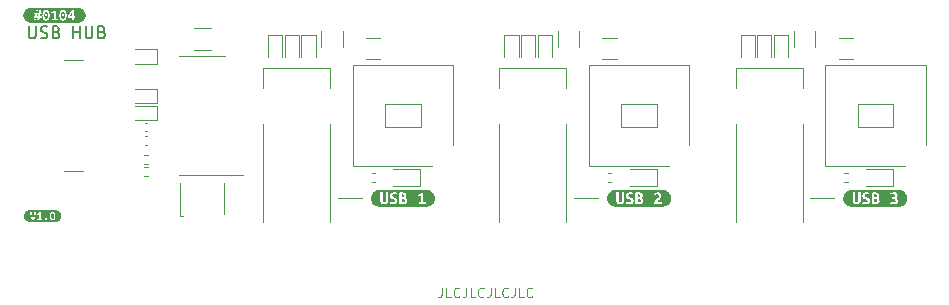
<source format=gbr>
%TF.GenerationSoftware,KiCad,Pcbnew,6.0.7+dfsg-1~bpo11+1*%
%TF.CreationDate,2022-10-14T07:47:58+00:00*%
%TF.ProjectId,0104-USB-HUB,30313034-2d55-4534-922d-4855422e6b69,V1.0*%
%TF.SameCoordinates,Original*%
%TF.FileFunction,Legend,Top*%
%TF.FilePolarity,Positive*%
%FSLAX46Y46*%
G04 Gerber Fmt 4.6, Leading zero omitted, Abs format (unit mm)*
G04 Created by KiCad (PCBNEW 6.0.7+dfsg-1~bpo11+1) date 2022-10-14 07:47:58*
%MOMM*%
%LPD*%
G01*
G04 APERTURE LIST*
%ADD10C,0.120000*%
%ADD11C,0.150000*%
G04 APERTURE END LIST*
D10*
X49300000Y10500000D02*
X47300000Y10500000D01*
X69300000Y10500000D02*
X67300000Y10500000D01*
X29300000Y10500000D02*
X27300000Y10500000D01*
X36104761Y2938096D02*
X36104761Y2366667D01*
X36066666Y2252381D01*
X35990476Y2176191D01*
X35876190Y2138096D01*
X35800000Y2138096D01*
X36866666Y2138096D02*
X36485714Y2138096D01*
X36485714Y2938096D01*
X37590476Y2214286D02*
X37552380Y2176191D01*
X37438095Y2138096D01*
X37361904Y2138096D01*
X37247619Y2176191D01*
X37171428Y2252381D01*
X37133333Y2328572D01*
X37095238Y2480953D01*
X37095238Y2595239D01*
X37133333Y2747620D01*
X37171428Y2823810D01*
X37247619Y2900000D01*
X37361904Y2938096D01*
X37438095Y2938096D01*
X37552380Y2900000D01*
X37590476Y2861905D01*
X38161904Y2938096D02*
X38161904Y2366667D01*
X38123809Y2252381D01*
X38047619Y2176191D01*
X37933333Y2138096D01*
X37857142Y2138096D01*
X38923809Y2138096D02*
X38542857Y2138096D01*
X38542857Y2938096D01*
X39647619Y2214286D02*
X39609523Y2176191D01*
X39495238Y2138096D01*
X39419047Y2138096D01*
X39304761Y2176191D01*
X39228571Y2252381D01*
X39190476Y2328572D01*
X39152380Y2480953D01*
X39152380Y2595239D01*
X39190476Y2747620D01*
X39228571Y2823810D01*
X39304761Y2900000D01*
X39419047Y2938096D01*
X39495238Y2938096D01*
X39609523Y2900000D01*
X39647619Y2861905D01*
X40219047Y2938096D02*
X40219047Y2366667D01*
X40180952Y2252381D01*
X40104761Y2176191D01*
X39990476Y2138096D01*
X39914285Y2138096D01*
X40980952Y2138096D02*
X40600000Y2138096D01*
X40600000Y2938096D01*
X41704761Y2214286D02*
X41666666Y2176191D01*
X41552380Y2138096D01*
X41476190Y2138096D01*
X41361904Y2176191D01*
X41285714Y2252381D01*
X41247619Y2328572D01*
X41209523Y2480953D01*
X41209523Y2595239D01*
X41247619Y2747620D01*
X41285714Y2823810D01*
X41361904Y2900000D01*
X41476190Y2938096D01*
X41552380Y2938096D01*
X41666666Y2900000D01*
X41704761Y2861905D01*
X42276190Y2938096D02*
X42276190Y2366667D01*
X42238095Y2252381D01*
X42161904Y2176191D01*
X42047619Y2138096D01*
X41971428Y2138096D01*
X43038095Y2138096D02*
X42657142Y2138096D01*
X42657142Y2938096D01*
X43761904Y2214286D02*
X43723809Y2176191D01*
X43609523Y2138096D01*
X43533333Y2138096D01*
X43419047Y2176191D01*
X43342857Y2252381D01*
X43304761Y2328572D01*
X43266666Y2480953D01*
X43266666Y2595239D01*
X43304761Y2747620D01*
X43342857Y2823810D01*
X43419047Y2900000D01*
X43533333Y2938096D01*
X43609523Y2938096D01*
X43723809Y2900000D01*
X43761904Y2861905D01*
D11*
X1135595Y25047620D02*
X1135595Y24238096D01*
X1183214Y24142858D01*
X1230833Y24095239D01*
X1326071Y24047620D01*
X1516547Y24047620D01*
X1611785Y24095239D01*
X1659404Y24142858D01*
X1707023Y24238096D01*
X1707023Y25047620D01*
X2135595Y24095239D02*
X2278452Y24047620D01*
X2516547Y24047620D01*
X2611785Y24095239D01*
X2659404Y24142858D01*
X2707023Y24238096D01*
X2707023Y24333334D01*
X2659404Y24428572D01*
X2611785Y24476191D01*
X2516547Y24523810D01*
X2326071Y24571429D01*
X2230833Y24619048D01*
X2183214Y24666667D01*
X2135595Y24761905D01*
X2135595Y24857143D01*
X2183214Y24952381D01*
X2230833Y25000000D01*
X2326071Y25047620D01*
X2564166Y25047620D01*
X2707023Y25000000D01*
X3468928Y24571429D02*
X3611785Y24523810D01*
X3659404Y24476191D01*
X3707023Y24380953D01*
X3707023Y24238096D01*
X3659404Y24142858D01*
X3611785Y24095239D01*
X3516547Y24047620D01*
X3135595Y24047620D01*
X3135595Y25047620D01*
X3468928Y25047620D01*
X3564166Y25000000D01*
X3611785Y24952381D01*
X3659404Y24857143D01*
X3659404Y24761905D01*
X3611785Y24666667D01*
X3564166Y24619048D01*
X3468928Y24571429D01*
X3135595Y24571429D01*
X4897500Y24047620D02*
X4897500Y25047620D01*
X4897500Y24571429D02*
X5468928Y24571429D01*
X5468928Y24047620D02*
X5468928Y25047620D01*
X5945119Y25047620D02*
X5945119Y24238096D01*
X5992738Y24142858D01*
X6040357Y24095239D01*
X6135595Y24047620D01*
X6326071Y24047620D01*
X6421309Y24095239D01*
X6468928Y24142858D01*
X6516547Y24238096D01*
X6516547Y25047620D01*
X7326071Y24571429D02*
X7468928Y24523810D01*
X7516547Y24476191D01*
X7564166Y24380953D01*
X7564166Y24238096D01*
X7516547Y24142858D01*
X7468928Y24095239D01*
X7373690Y24047620D01*
X6992738Y24047620D01*
X6992738Y25047620D01*
X7326071Y25047620D01*
X7421309Y25000000D01*
X7468928Y24952381D01*
X7516547Y24857143D01*
X7516547Y24761905D01*
X7468928Y24666667D01*
X7421309Y24619048D01*
X7326071Y24571429D01*
X6992738Y24571429D01*
D10*
%TO.C,D6*%
X74285000Y11515000D02*
X74285000Y12985000D01*
X72000000Y11515000D02*
X74285000Y11515000D01*
X74285000Y12985000D02*
X72000000Y12985000D01*
%TO.C,D11*%
X41400000Y22500000D02*
X41400000Y24350000D01*
X42600000Y24350000D02*
X41400000Y24350000D01*
X42600000Y22500000D02*
X42600000Y24350000D01*
%TO.C,kibuzzard-6343237B*%
G36*
X32911919Y10407131D02*
G01*
X32957163Y10304737D01*
X32941288Y10234094D01*
X32900806Y10191231D01*
X32844450Y10170594D01*
X32779363Y10165037D01*
X32730944Y10166625D01*
X32685700Y10171387D01*
X32685700Y10438088D01*
X32790475Y10438088D01*
X32911919Y10407131D01*
G37*
G36*
X32826988Y10827819D02*
G01*
X32871438Y10811944D01*
X32901600Y10778606D01*
X32912713Y10722250D01*
X32874613Y10632556D01*
X32761900Y10600012D01*
X32685700Y10600012D01*
X32685700Y10825437D01*
X32728563Y10830200D01*
X32774600Y10831787D01*
X32826988Y10827819D01*
G37*
G36*
X30731032Y9792225D02*
G01*
X30661994Y9802466D01*
X30594292Y9819424D01*
X30528578Y9842937D01*
X30465485Y9872778D01*
X30405621Y9908659D01*
X30349562Y9950235D01*
X30297848Y9997106D01*
X30250977Y10048819D01*
X30209401Y10104878D01*
X30173520Y10164743D01*
X30143679Y10227836D01*
X30120166Y10293550D01*
X30103208Y10361252D01*
X30102878Y10363475D01*
X30879125Y10363475D01*
X30883094Y10281719D01*
X30895000Y10207900D01*
X30916431Y10143209D01*
X30948975Y10088837D01*
X31051369Y10013431D01*
X31123402Y9993786D01*
X31210912Y9987237D01*
X31299812Y9993786D01*
X31372837Y10013431D01*
X31431575Y10045380D01*
X31449023Y10061850D01*
X31674463Y10061850D01*
X31784000Y10013431D01*
X31869328Y9993786D01*
X31979263Y9987237D01*
X32090652Y9995616D01*
X32181404Y10020751D01*
X32186423Y10023750D01*
X32490438Y10023750D01*
X32559097Y10011248D01*
X32628550Y10002319D01*
X32697209Y9996961D01*
X32763488Y9995175D01*
X32841870Y9998945D01*
X32915094Y10010256D01*
X32980975Y10030497D01*
X33037331Y10061056D01*
X33119087Y10156306D01*
X33141709Y10223180D01*
X33149250Y10304737D01*
X33140320Y10371412D01*
X33113531Y10434912D01*
X33061739Y10490475D01*
X32977800Y10533337D01*
X33069081Y10619062D01*
X33094680Y10677006D01*
X33103213Y10742887D01*
X33096562Y10785750D01*
X34068413Y10785750D01*
X34131913Y10623825D01*
X34228750Y10662719D01*
X34330350Y10719075D01*
X34330350Y10169800D01*
X34123975Y10169800D01*
X34123975Y10007875D01*
X34720875Y10007875D01*
X34720875Y10169800D01*
X34525613Y10169800D01*
X34525613Y10990537D01*
X34392263Y10990537D01*
X34324000Y10928625D01*
X34239863Y10871475D01*
X34150963Y10822262D01*
X34068413Y10785750D01*
X33096562Y10785750D01*
X33088925Y10834962D01*
X33034950Y10918306D01*
X32925413Y10978631D01*
X32845244Y10995895D01*
X32744438Y11001650D01*
X32612675Y10994506D01*
X32490438Y10977837D01*
X32490438Y10023750D01*
X32186423Y10023750D01*
X32251519Y10062644D01*
X32318789Y10153727D01*
X32341212Y10276162D01*
X32334466Y10350180D01*
X32314225Y10410306D01*
X32245169Y10499206D01*
X32153094Y10556356D01*
X32057050Y10595250D01*
X31995931Y10619062D01*
X31940369Y10648431D01*
X31899888Y10686531D01*
X31884012Y10736537D01*
X31901299Y10799156D01*
X31953157Y10836726D01*
X32039588Y10849250D01*
X32151506Y10833375D01*
X32239612Y10795275D01*
X32296763Y10946087D01*
X32183256Y10992125D01*
X32110033Y11007603D01*
X32025300Y11012762D01*
X31928022Y11004119D01*
X31845736Y10978190D01*
X31778444Y10934975D01*
X31711173Y10842106D01*
X31688750Y10719075D01*
X31714150Y10602394D01*
X31778444Y10523812D01*
X31864962Y10471425D01*
X31957037Y10434912D01*
X32023713Y10407131D01*
X32084038Y10373794D01*
X32128487Y10331725D01*
X32145950Y10277750D01*
X32138806Y10230919D01*
X32112613Y10189644D01*
X32061019Y10161069D01*
X31979263Y10150750D01*
X31900086Y10156306D01*
X31834006Y10172975D01*
X31731612Y10220600D01*
X31674463Y10061850D01*
X31449023Y10061850D01*
X31477613Y10088837D01*
X31511347Y10143209D01*
X31533175Y10207900D01*
X31545081Y10281719D01*
X31549050Y10363475D01*
X31549050Y10990537D01*
X31353787Y10990537D01*
X31353787Y10377762D01*
X31347437Y10273781D01*
X31325212Y10205519D01*
X31282350Y10168212D01*
X31214087Y10157100D01*
X31145825Y10168212D01*
X31103756Y10204725D01*
X31082325Y10272194D01*
X31075975Y10376175D01*
X31075975Y10990537D01*
X30879125Y10990537D01*
X30879125Y10363475D01*
X30102878Y10363475D01*
X30092967Y10430290D01*
X30089542Y10500000D01*
X30092967Y10569710D01*
X30103208Y10638748D01*
X30120166Y10706450D01*
X30143679Y10772164D01*
X30173520Y10835257D01*
X30209401Y10895122D01*
X30250977Y10951181D01*
X30297848Y11002894D01*
X30349562Y11049765D01*
X30405621Y11091341D01*
X30465485Y11127222D01*
X30528578Y11157063D01*
X30594292Y11180576D01*
X30661994Y11197534D01*
X30731032Y11207775D01*
X30800742Y11211200D01*
X34799258Y11211200D01*
X34868968Y11207775D01*
X34938006Y11197534D01*
X35005708Y11180576D01*
X35071422Y11157063D01*
X35134515Y11127222D01*
X35194379Y11091341D01*
X35250438Y11049765D01*
X35302152Y11002894D01*
X35349023Y10951181D01*
X35390599Y10895122D01*
X35426480Y10835257D01*
X35456321Y10772164D01*
X35479834Y10706450D01*
X35496792Y10638748D01*
X35507033Y10569710D01*
X35510458Y10500000D01*
X35507033Y10430290D01*
X35496792Y10361252D01*
X35479834Y10293550D01*
X35456321Y10227836D01*
X35426480Y10164743D01*
X35390599Y10104878D01*
X35349023Y10048819D01*
X35302152Y9997106D01*
X35250438Y9950235D01*
X35194379Y9908659D01*
X35134515Y9872778D01*
X35071422Y9842937D01*
X35005708Y9819424D01*
X34938006Y9802466D01*
X34868968Y9792225D01*
X34799258Y9788800D01*
X30800742Y9788800D01*
X30731032Y9792225D01*
G37*
%TO.C,F3*%
X70902064Y24110000D02*
X69697936Y24110000D01*
X70902064Y22290000D02*
X69697936Y22290000D01*
%TO.C,R5*%
X70146359Y11870000D02*
X70453641Y11870000D01*
X70146359Y12630000D02*
X70453641Y12630000D01*
%TO.C,D3*%
X10100000Y18350000D02*
X11950000Y18350000D01*
X10100000Y17150000D02*
X11950000Y17150000D01*
X11950000Y17150000D02*
X11950000Y18350000D01*
%TO.C,SW2*%
X51300000Y18500000D02*
X51300000Y16500000D01*
X57050000Y15000000D02*
X57050000Y21750000D01*
X54300000Y16500000D02*
X54300000Y18500000D01*
X51300000Y16500000D02*
X54300000Y16500000D01*
X48550000Y21750000D02*
X48550000Y13250000D01*
X54300000Y18500000D02*
X51300000Y18500000D01*
X48550000Y13250000D02*
X55300000Y13250000D01*
X57050000Y21750000D02*
X48550000Y21750000D01*
%TO.C,kibuzzard-63429E4C*%
G36*
X4019376Y25689961D02*
G01*
X3956153Y25709785D01*
X3909362Y25769257D01*
X3887931Y25830296D01*
X3875072Y25907687D01*
X3870786Y26001429D01*
X3871445Y26015716D01*
X3940794Y26015716D01*
X3962226Y25949279D01*
X4020804Y25921419D01*
X4077240Y25949279D01*
X4099386Y26015716D01*
X4077240Y26082867D01*
X4020804Y26111442D01*
X3962226Y26082867D01*
X3940794Y26015716D01*
X3871445Y26015716D01*
X3875072Y26094377D01*
X3887931Y26171291D01*
X3909362Y26232172D01*
X3956153Y26291644D01*
X4019376Y26311467D01*
X4083491Y26291644D01*
X4130104Y26232172D01*
X4151138Y26171291D01*
X4163759Y26094377D01*
X4167966Y26001429D01*
X4163759Y25907687D01*
X4151138Y25830296D01*
X4130104Y25769257D01*
X4083491Y25709785D01*
X4020804Y25690403D01*
X4019376Y25689961D01*
G37*
G36*
X1917684Y25921419D02*
G01*
X1803384Y25921419D01*
X1833388Y26078581D01*
X1946259Y26078581D01*
X1917684Y25921419D01*
G37*
G36*
X4783757Y25909989D02*
G01*
X4583732Y25909989D01*
X4626594Y25991427D01*
X4677315Y26073581D01*
X4730893Y26151447D01*
X4783757Y26221456D01*
X4783757Y25909989D01*
G37*
G36*
X2590626Y25689961D02*
G01*
X2527403Y25709785D01*
X2480612Y25769257D01*
X2459181Y25830296D01*
X2446322Y25907687D01*
X2442036Y26001429D01*
X2442695Y26015716D01*
X2512044Y26015716D01*
X2533476Y25949279D01*
X2592054Y25921419D01*
X2648490Y25949279D01*
X2670636Y26015716D01*
X2648490Y26082867D01*
X2592054Y26111442D01*
X2533476Y26082867D01*
X2512044Y26015716D01*
X2442695Y26015716D01*
X2446322Y26094377D01*
X2459181Y26171291D01*
X2480612Y26232172D01*
X2527403Y26291644D01*
X2590626Y26311467D01*
X2654741Y26291644D01*
X2701354Y26232172D01*
X2722388Y26171291D01*
X2735009Y26094377D01*
X2739216Y26001429D01*
X2735009Y25907687D01*
X2722388Y25830296D01*
X2701354Y25769257D01*
X2654741Y25709785D01*
X2592054Y25690403D01*
X2590626Y25689961D01*
G37*
G36*
X1238003Y25363002D02*
G01*
X1175869Y25372219D01*
X1114937Y25387482D01*
X1055794Y25408643D01*
X999011Y25435500D01*
X945133Y25467793D01*
X894680Y25505211D01*
X848137Y25547395D01*
X805954Y25593938D01*
X768535Y25644391D01*
X736242Y25698268D01*
X709385Y25755052D01*
X702002Y25775686D01*
X1544781Y25775686D01*
X1630506Y25775686D01*
X1589072Y25557087D01*
X1734804Y25557087D01*
X1774809Y25775686D01*
X1889109Y25775686D01*
X1847676Y25557087D01*
X1993408Y25557087D01*
X2034842Y25775686D01*
X2209149Y25775686D01*
X2209149Y25921419D01*
X2061988Y25921419D01*
X2077263Y26001429D01*
X2283444Y26001429D01*
X2288356Y25891772D01*
X2303090Y25797117D01*
X2327646Y25717465D01*
X2362026Y25652814D01*
X2422351Y25589314D01*
X2498551Y25551214D01*
X2590626Y25538514D01*
X2682701Y25551214D01*
X2758901Y25589314D01*
X2819226Y25652814D01*
X2853605Y25717465D01*
X2878162Y25797117D01*
X2892896Y25891772D01*
X2897807Y26001429D01*
X2892896Y26110416D01*
X2878162Y26204490D01*
X2861818Y26257175D01*
X3016393Y26257175D01*
X3073543Y26111442D01*
X3160697Y26146447D01*
X3252137Y26197167D01*
X3252137Y25702820D01*
X3066399Y25702820D01*
X3066399Y25557087D01*
X3603609Y25557087D01*
X3603609Y25702820D01*
X3427873Y25702820D01*
X3427873Y26001429D01*
X3712194Y26001429D01*
X3717106Y25891772D01*
X3731840Y25797117D01*
X3756396Y25717465D01*
X3790776Y25652814D01*
X3851101Y25589314D01*
X3927301Y25551214D01*
X4019376Y25538514D01*
X4111451Y25551214D01*
X4187651Y25589314D01*
X4247976Y25652814D01*
X4282355Y25717465D01*
X4297221Y25765685D01*
X4415139Y25765685D01*
X4783757Y25765685D01*
X4783757Y25557087D01*
X4959493Y25557087D01*
X4959493Y25765685D01*
X5055219Y25765685D01*
X5055219Y25909989D01*
X4959493Y25909989D01*
X4959493Y26441484D01*
X4802331Y26441484D01*
X4745181Y26380583D01*
X4688031Y26312182D01*
X4632309Y26239494D01*
X4579446Y26165735D01*
X4530154Y26092333D01*
X4485148Y26020717D01*
X4446215Y25953744D01*
X4415139Y25894273D01*
X4415139Y25765685D01*
X4297221Y25765685D01*
X4306912Y25797117D01*
X4321646Y25891772D01*
X4326557Y26001429D01*
X4321646Y26110416D01*
X4306912Y26204490D01*
X4282355Y26283652D01*
X4247976Y26347901D01*
X4187651Y26411004D01*
X4111451Y26448866D01*
X4019376Y26461486D01*
X3928729Y26448786D01*
X3853006Y26410686D01*
X3792204Y26347186D01*
X3757200Y26282714D01*
X3732197Y26203597D01*
X3717195Y26109835D01*
X3712194Y26001429D01*
X3427873Y26001429D01*
X3427873Y26441484D01*
X3307858Y26441484D01*
X3246422Y26385762D01*
X3170698Y26334328D01*
X3090688Y26290036D01*
X3016393Y26257175D01*
X2861818Y26257175D01*
X2853605Y26283652D01*
X2819226Y26347901D01*
X2758901Y26411004D01*
X2682701Y26448866D01*
X2590626Y26461486D01*
X2499979Y26448786D01*
X2424256Y26410686D01*
X2363454Y26347186D01*
X2328450Y26282714D01*
X2303447Y26203597D01*
X2288445Y26109835D01*
X2283444Y26001429D01*
X2077263Y26001429D01*
X2091992Y26078581D01*
X2209149Y26078581D01*
X2209149Y26224314D01*
X2120567Y26224314D01*
X2162001Y26441484D01*
X2016268Y26441484D01*
X1974834Y26224314D01*
X1860534Y26224314D01*
X1903397Y26441484D01*
X1757664Y26441484D01*
X1716231Y26224314D01*
X1544781Y26224314D01*
X1544781Y26078581D01*
X1687656Y26078581D01*
X1657652Y25921419D01*
X1544781Y25921419D01*
X1544781Y25775686D01*
X702002Y25775686D01*
X688224Y25814195D01*
X672961Y25875127D01*
X663744Y25937261D01*
X660662Y26000000D01*
X663744Y26062739D01*
X672961Y26124873D01*
X688224Y26185805D01*
X709385Y26244948D01*
X736242Y26301732D01*
X768535Y26355609D01*
X805954Y26406062D01*
X848137Y26452605D01*
X894680Y26494789D01*
X945133Y26532207D01*
X999011Y26564500D01*
X1055794Y26591357D01*
X1114937Y26612518D01*
X1175869Y26627781D01*
X1238003Y26636998D01*
X1300742Y26640080D01*
X5299258Y26640080D01*
X5361997Y26636998D01*
X5424131Y26627781D01*
X5485063Y26612518D01*
X5544206Y26591357D01*
X5600989Y26564500D01*
X5654867Y26532207D01*
X5705320Y26494789D01*
X5751863Y26452605D01*
X5794046Y26406062D01*
X5831465Y26355609D01*
X5863758Y26301732D01*
X5890615Y26244948D01*
X5911776Y26185805D01*
X5927039Y26124873D01*
X5936256Y26062739D01*
X5939338Y26000000D01*
X5936256Y25937261D01*
X5927039Y25875127D01*
X5911776Y25814195D01*
X5890615Y25755052D01*
X5863758Y25698268D01*
X5831465Y25644391D01*
X5794046Y25593938D01*
X5751863Y25547395D01*
X5705320Y25505211D01*
X5654867Y25467793D01*
X5600989Y25435500D01*
X5544206Y25408643D01*
X5485063Y25387482D01*
X5424131Y25372219D01*
X5361997Y25363002D01*
X5299258Y25359920D01*
X1300742Y25359920D01*
X1238003Y25363002D01*
G37*
%TO.C,C1*%
X15088748Y23090000D02*
X16511252Y23090000D01*
X15088748Y24910000D02*
X16511252Y24910000D01*
%TO.C,U1*%
X15800000Y12440000D02*
X13850000Y12440000D01*
X15800000Y22560000D02*
X17750000Y22560000D01*
X15800000Y22560000D02*
X13850000Y22560000D01*
X15800000Y12440000D02*
X19300000Y12440000D01*
%TO.C,R3*%
X30146359Y11870000D02*
X30453641Y11870000D01*
X30146359Y12630000D02*
X30453641Y12630000D01*
%TO.C,R4*%
X50146359Y11870000D02*
X50453641Y11870000D01*
X50146359Y12630000D02*
X50453641Y12630000D01*
%TO.C,D5*%
X52000000Y11515000D02*
X54285000Y11515000D01*
X54285000Y11515000D02*
X54285000Y12985000D01*
X54285000Y12985000D02*
X52000000Y12985000D01*
%TO.C,C6*%
X65890000Y23263748D02*
X65890000Y24686252D01*
X67710000Y23263748D02*
X67710000Y24686252D01*
%TO.C,F1*%
X29697936Y22290000D02*
X30902064Y22290000D01*
X29697936Y24110000D02*
X30902064Y24110000D01*
%TO.C,SW1*%
X31300000Y16500000D02*
X34300000Y16500000D01*
X37050000Y15000000D02*
X37050000Y21750000D01*
X31300000Y18500000D02*
X31300000Y16500000D01*
X37050000Y21750000D02*
X28550000Y21750000D01*
X28550000Y21750000D02*
X28550000Y13250000D01*
X28550000Y13250000D02*
X35300000Y13250000D01*
X34300000Y16500000D02*
X34300000Y18500000D01*
X34300000Y18500000D02*
X31300000Y18500000D01*
%TO.C,D2*%
X10100000Y18550000D02*
X11950000Y18550000D01*
X11950000Y18550000D02*
X11950000Y19750000D01*
X10100000Y19750000D02*
X11950000Y19750000D01*
%TO.C,kibuzzard-63351CB9*%
G36*
X3145661Y8758859D02*
G01*
X3096488Y8774277D01*
X3060095Y8820533D01*
X3043426Y8868008D01*
X3033425Y8928201D01*
X3030091Y9001111D01*
X3030604Y9012224D01*
X3084543Y9012224D01*
X3101211Y8960551D01*
X3146773Y8938881D01*
X3190667Y8960551D01*
X3207891Y9012224D01*
X3190667Y9064452D01*
X3146773Y9086677D01*
X3101211Y9064452D01*
X3084543Y9012224D01*
X3030604Y9012224D01*
X3033425Y9073404D01*
X3043426Y9133227D01*
X3060095Y9180578D01*
X3096488Y9226834D01*
X3145661Y9242252D01*
X3195529Y9226834D01*
X3231783Y9180578D01*
X3248143Y9133227D01*
X3257959Y9073404D01*
X3261231Y9001111D01*
X3257959Y8928201D01*
X3248143Y8868008D01*
X3231783Y8820533D01*
X3195529Y8774277D01*
X3146773Y8759202D01*
X3145661Y8758859D01*
G37*
G36*
X1166531Y8504557D02*
G01*
X1118204Y8511726D01*
X1070812Y8523597D01*
X1024812Y8540056D01*
X980647Y8560944D01*
X938742Y8586061D01*
X899501Y8615164D01*
X863301Y8647974D01*
X830492Y8684174D01*
X801389Y8723415D01*
X776272Y8765320D01*
X755383Y8809485D01*
X738924Y8855485D01*
X727053Y8902876D01*
X719885Y8951203D01*
X717487Y9000000D01*
X719885Y9048797D01*
X727053Y9097124D01*
X738924Y9144515D01*
X755383Y9190515D01*
X776272Y9234680D01*
X801389Y9276585D01*
X830492Y9315826D01*
X855461Y9343376D01*
X1215420Y9343376D01*
X1228199Y9281146D01*
X1246535Y9203359D01*
X1261228Y9145142D01*
X1277156Y9084578D01*
X1294319Y9021669D01*
X1312469Y8957526D01*
X1331360Y8893258D01*
X1350993Y8828867D01*
X1380163Y8737189D01*
X1407666Y8655512D01*
X1548795Y8655512D01*
X1570032Y8714717D01*
X1590776Y8775281D01*
X1611025Y8837202D01*
X1630472Y8899432D01*
X1648808Y8960921D01*
X1666032Y9021669D01*
X1689646Y9110153D01*
X1710482Y9194469D01*
X1711753Y9200025D01*
X1809939Y9200025D01*
X1854389Y9086677D01*
X1922175Y9113903D01*
X1993295Y9153352D01*
X1993295Y8768860D01*
X1848833Y8768860D01*
X1848833Y8655512D01*
X2266663Y8655512D01*
X2266663Y8743301D01*
X2491135Y8743301D01*
X2499469Y8700518D01*
X2521694Y8669403D01*
X2553365Y8649956D01*
X2591148Y8643289D01*
X2660045Y8668847D01*
X2690049Y8743301D01*
X2660045Y8815532D01*
X2591148Y8841091D01*
X2553365Y8834424D01*
X2521694Y8815532D01*
X2499469Y8784973D01*
X2491135Y8743301D01*
X2266663Y8743301D01*
X2266663Y8768860D01*
X2129979Y8768860D01*
X2129979Y9001111D01*
X2906743Y9001111D01*
X2910562Y8915823D01*
X2922022Y8842202D01*
X2941122Y8780250D01*
X2967861Y8729966D01*
X3014781Y8680577D01*
X3074047Y8650944D01*
X3145661Y8641066D01*
X3217275Y8650944D01*
X3276542Y8680577D01*
X3323461Y8729966D01*
X3350201Y8780250D01*
X3369300Y8842202D01*
X3380760Y8915823D01*
X3384580Y9001111D01*
X3380760Y9085879D01*
X3369300Y9159048D01*
X3350201Y9220618D01*
X3323461Y9270589D01*
X3276542Y9319670D01*
X3217275Y9349118D01*
X3145661Y9358934D01*
X3075159Y9349056D01*
X3016262Y9319423D01*
X2968973Y9270034D01*
X2941747Y9219889D01*
X2922300Y9158353D01*
X2910632Y9085427D01*
X2906743Y9001111D01*
X2129979Y9001111D01*
X2129979Y9343376D01*
X2036634Y9343376D01*
X1988850Y9300037D01*
X1929954Y9260033D01*
X1867724Y9225584D01*
X1809939Y9200025D01*
X1711753Y9200025D01*
X1728401Y9272812D01*
X1743264Y9343376D01*
X1599913Y9343376D01*
X1589911Y9285591D01*
X1577688Y9218916D01*
X1563797Y9146824D01*
X1548795Y9072787D01*
X1532682Y8998333D01*
X1515458Y8924991D01*
X1497678Y8856232D01*
X1479898Y8795530D01*
X1461979Y8857065D01*
X1443782Y8926102D01*
X1426002Y8999444D01*
X1409333Y9073898D01*
X1393915Y9147796D01*
X1379885Y9219472D01*
X1368217Y9285730D01*
X1359883Y9343376D01*
X1215420Y9343376D01*
X855461Y9343376D01*
X863301Y9352026D01*
X899501Y9384836D01*
X938742Y9413939D01*
X980647Y9439056D01*
X1024812Y9459944D01*
X1070812Y9476403D01*
X1118204Y9488274D01*
X1166531Y9495443D01*
X1215327Y9497840D01*
X3384673Y9497840D01*
X3433469Y9495443D01*
X3481796Y9488274D01*
X3529188Y9476403D01*
X3575188Y9459944D01*
X3619353Y9439056D01*
X3661258Y9413939D01*
X3700499Y9384836D01*
X3736699Y9352026D01*
X3769508Y9315826D01*
X3798611Y9276585D01*
X3823728Y9234680D01*
X3844617Y9190515D01*
X3861076Y9144515D01*
X3872947Y9097124D01*
X3880115Y9048797D01*
X3882513Y9000000D01*
X3880115Y8951203D01*
X3872947Y8902876D01*
X3861076Y8855485D01*
X3844617Y8809485D01*
X3823728Y8765320D01*
X3798611Y8723415D01*
X3769508Y8684174D01*
X3736699Y8647974D01*
X3700499Y8615164D01*
X3661258Y8586061D01*
X3619353Y8560944D01*
X3575188Y8540056D01*
X3529188Y8523597D01*
X3481796Y8511726D01*
X3433469Y8504557D01*
X3384673Y8502160D01*
X1215327Y8502160D01*
X1166531Y8504557D01*
G37*
%TO.C,C2*%
X11157836Y16190000D02*
X10942164Y16190000D01*
X11157836Y16910000D02*
X10942164Y16910000D01*
%TO.C,J2*%
X20965000Y16800000D02*
X20965000Y8500000D01*
X26635000Y16800000D02*
X26635000Y8500000D01*
X26635000Y21500000D02*
X26635000Y19800000D01*
X20965000Y19800000D02*
X20965000Y21500000D01*
X20965000Y21500000D02*
X26635000Y21500000D01*
%TO.C,kibuzzard-6343237F*%
G36*
X50731032Y9792225D02*
G01*
X50661994Y9802466D01*
X50594292Y9819424D01*
X50528578Y9842937D01*
X50465485Y9872778D01*
X50405621Y9908659D01*
X50349562Y9950235D01*
X50297848Y9997106D01*
X50250977Y10048819D01*
X50209401Y10104878D01*
X50173520Y10164743D01*
X50143679Y10227836D01*
X50120166Y10293550D01*
X50103208Y10361252D01*
X50102878Y10363475D01*
X50876744Y10363475D01*
X50880713Y10281719D01*
X50892619Y10207900D01*
X50914050Y10143209D01*
X50946594Y10088837D01*
X51048988Y10013431D01*
X51121020Y9993786D01*
X51208531Y9987237D01*
X51297431Y9993786D01*
X51370456Y10013431D01*
X51429194Y10045380D01*
X51446642Y10061850D01*
X51672081Y10061850D01*
X51781619Y10013431D01*
X51866947Y9993786D01*
X51976881Y9987237D01*
X52088271Y9995616D01*
X52179023Y10020751D01*
X52184042Y10023750D01*
X52488056Y10023750D01*
X52556716Y10011248D01*
X52626169Y10002319D01*
X52694828Y9996961D01*
X52761106Y9995175D01*
X52839489Y9998945D01*
X52912713Y10010256D01*
X52978594Y10030497D01*
X53034950Y10061056D01*
X53116706Y10156306D01*
X53139328Y10223180D01*
X53146869Y10304737D01*
X53137939Y10371412D01*
X53111150Y10434912D01*
X53059358Y10490475D01*
X52975419Y10533337D01*
X53066700Y10619062D01*
X53092298Y10677006D01*
X53100831Y10742887D01*
X53086544Y10834962D01*
X53055701Y10882587D01*
X54058094Y10882587D01*
X54154931Y10746062D01*
X54254944Y10820675D01*
X54351781Y10842900D01*
X54443856Y10810356D01*
X54480369Y10717487D01*
X54451000Y10633350D01*
X54376388Y10547625D01*
X54329556Y10502183D01*
X54279550Y10454756D01*
X54229544Y10404353D01*
X54182713Y10349981D01*
X54141438Y10291045D01*
X54108100Y10226950D01*
X54086073Y10157100D01*
X54078731Y10080900D01*
X54077938Y10047562D01*
X54081906Y10007875D01*
X54723256Y10007875D01*
X54723256Y10169800D01*
X54300981Y10169800D01*
X54317650Y10222188D01*
X54358131Y10278544D01*
X54408931Y10332519D01*
X54456556Y10377762D01*
X54537519Y10457138D01*
X54608956Y10542862D01*
X54659756Y10634144D01*
X54678806Y10731775D01*
X54653406Y10854806D01*
X54585144Y10942913D01*
X54486719Y10995300D01*
X54370831Y11012762D01*
X54288083Y11004825D01*
X54204938Y10981012D01*
X54126555Y10940531D01*
X54058094Y10882587D01*
X53055701Y10882587D01*
X53032569Y10918306D01*
X52923031Y10978631D01*
X52842863Y10995895D01*
X52742056Y11001650D01*
X52610294Y10994506D01*
X52488056Y10977837D01*
X52488056Y10023750D01*
X52184042Y10023750D01*
X52249138Y10062644D01*
X52316408Y10153727D01*
X52338831Y10276162D01*
X52332084Y10350180D01*
X52311844Y10410306D01*
X52242788Y10499206D01*
X52150713Y10556356D01*
X52054669Y10595250D01*
X51993550Y10619062D01*
X51937988Y10648431D01*
X51897506Y10686531D01*
X51881631Y10736537D01*
X51898917Y10799156D01*
X51950776Y10836726D01*
X52037206Y10849250D01*
X52149125Y10833375D01*
X52237231Y10795275D01*
X52294381Y10946087D01*
X52180875Y10992125D01*
X52107652Y11007603D01*
X52022919Y11012762D01*
X51925640Y11004119D01*
X51843355Y10978190D01*
X51776063Y10934975D01*
X51708792Y10842106D01*
X51686369Y10719075D01*
X51711769Y10602394D01*
X51776063Y10523812D01*
X51862581Y10471425D01*
X51954656Y10434912D01*
X52021331Y10407131D01*
X52081656Y10373794D01*
X52126106Y10331725D01*
X52143569Y10277750D01*
X52136425Y10230919D01*
X52110231Y10189644D01*
X52058638Y10161069D01*
X51976881Y10150750D01*
X51897705Y10156306D01*
X51831625Y10172975D01*
X51729231Y10220600D01*
X51672081Y10061850D01*
X51446642Y10061850D01*
X51475231Y10088837D01*
X51508966Y10143209D01*
X51530794Y10207900D01*
X51542700Y10281719D01*
X51546669Y10363475D01*
X51546669Y10990537D01*
X51351406Y10990537D01*
X51351406Y10377762D01*
X51345056Y10273781D01*
X51322831Y10205519D01*
X51279969Y10168212D01*
X51211706Y10157100D01*
X51143444Y10168212D01*
X51101375Y10204725D01*
X51079944Y10272194D01*
X51073594Y10376175D01*
X51073594Y10990537D01*
X50876744Y10990537D01*
X50876744Y10363475D01*
X50102878Y10363475D01*
X50092967Y10430290D01*
X50089542Y10500000D01*
X50092967Y10569710D01*
X50103208Y10638748D01*
X50120166Y10706450D01*
X50143679Y10772164D01*
X50173520Y10835257D01*
X50209401Y10895122D01*
X50250977Y10951181D01*
X50297848Y11002894D01*
X50349562Y11049765D01*
X50405621Y11091341D01*
X50465485Y11127222D01*
X50528578Y11157063D01*
X50594292Y11180576D01*
X50661994Y11197534D01*
X50731032Y11207775D01*
X50800742Y11211200D01*
X54799258Y11211200D01*
X54868968Y11207775D01*
X54938006Y11197534D01*
X55005708Y11180576D01*
X55071422Y11157063D01*
X55134515Y11127222D01*
X55194379Y11091341D01*
X55250438Y11049765D01*
X55302152Y11002894D01*
X55349023Y10951180D01*
X55390599Y10895122D01*
X55426480Y10835257D01*
X55456321Y10772164D01*
X55479834Y10706450D01*
X55496792Y10638748D01*
X55507033Y10569710D01*
X55510458Y10500000D01*
X55507033Y10430290D01*
X55496792Y10361252D01*
X55479834Y10293550D01*
X55456321Y10227836D01*
X55426480Y10164743D01*
X55390599Y10104878D01*
X55349023Y10048820D01*
X55302152Y9997106D01*
X55250438Y9950235D01*
X55194379Y9908659D01*
X55134515Y9872778D01*
X55071422Y9842937D01*
X55005708Y9819424D01*
X54938006Y9802466D01*
X54868968Y9792225D01*
X54799258Y9788800D01*
X50800742Y9788800D01*
X50731032Y9792225D01*
G37*
G36*
X52909538Y10407131D02*
G01*
X52954781Y10304737D01*
X52938906Y10234094D01*
X52898425Y10191231D01*
X52842069Y10170594D01*
X52776981Y10165037D01*
X52728563Y10166625D01*
X52683319Y10171387D01*
X52683319Y10438088D01*
X52788094Y10438088D01*
X52909538Y10407131D01*
G37*
G36*
X52824606Y10827819D02*
G01*
X52869056Y10811944D01*
X52899219Y10778606D01*
X52910331Y10722250D01*
X52872231Y10632556D01*
X52759519Y10600012D01*
X52683319Y10600012D01*
X52683319Y10825437D01*
X52726181Y10830200D01*
X52772219Y10831787D01*
X52824606Y10827819D01*
G37*
%TO.C,F2*%
X50902064Y24110000D02*
X49697936Y24110000D01*
X50902064Y22290000D02*
X49697936Y22290000D01*
%TO.C,kibuzzard-63432387*%
G36*
X72918269Y10407131D02*
G01*
X72963513Y10304737D01*
X72947638Y10234094D01*
X72907156Y10191231D01*
X72850800Y10170594D01*
X72785713Y10165037D01*
X72737294Y10166625D01*
X72692050Y10171387D01*
X72692050Y10438088D01*
X72796825Y10438088D01*
X72918269Y10407131D01*
G37*
G36*
X70731032Y9792225D02*
G01*
X70661994Y9802466D01*
X70594292Y9819424D01*
X70528578Y9842937D01*
X70465485Y9872778D01*
X70405621Y9908659D01*
X70349562Y9950235D01*
X70297848Y9997106D01*
X70250977Y10048819D01*
X70209401Y10104878D01*
X70173520Y10164743D01*
X70143679Y10227836D01*
X70120166Y10293550D01*
X70103208Y10361252D01*
X70102878Y10363475D01*
X70885475Y10363475D01*
X70889444Y10281719D01*
X70901350Y10207900D01*
X70922781Y10143209D01*
X70955325Y10088837D01*
X71057719Y10013431D01*
X71129752Y9993786D01*
X71217263Y9987237D01*
X71306163Y9993786D01*
X71379188Y10013431D01*
X71437925Y10045380D01*
X71455373Y10061850D01*
X71680813Y10061850D01*
X71790350Y10013431D01*
X71875678Y9993786D01*
X71985613Y9987237D01*
X72097002Y9995616D01*
X72187754Y10020751D01*
X72192773Y10023750D01*
X72496788Y10023750D01*
X72565447Y10011248D01*
X72634900Y10002319D01*
X72703559Y9996961D01*
X72769838Y9995175D01*
X72848220Y9998945D01*
X72921444Y10010256D01*
X72987325Y10030497D01*
X73007085Y10041212D01*
X74063650Y10041212D01*
X74112863Y10023750D01*
X74181919Y10006287D01*
X74259706Y9992794D01*
X74336700Y9987237D01*
X74428378Y9992992D01*
X74506563Y10010256D01*
X74571650Y10038037D01*
X74624038Y10075344D01*
X74692300Y10174562D01*
X74714525Y10299975D01*
X74704008Y10379747D01*
X74672456Y10447612D01*
X74621855Y10501984D01*
X74554188Y10541275D01*
X74643088Y10623825D01*
X74676425Y10736537D01*
X74657375Y10846075D01*
X74598638Y10934181D01*
X74497831Y10992125D01*
X74431355Y11007603D01*
X74354163Y11012762D01*
X74269827Y11005420D01*
X74194619Y10983394D01*
X74081113Y10925450D01*
X74150963Y10782575D01*
X74245419Y10827819D01*
X74355750Y10846075D01*
X74445444Y10815119D01*
X74477988Y10730187D01*
X74462906Y10669862D01*
X74424013Y10631762D01*
X74370038Y10611125D01*
X74309713Y10604775D01*
X74236688Y10604775D01*
X74236688Y10442850D01*
X74297013Y10442850D01*
X74383928Y10435111D01*
X74454175Y10411894D01*
X74500609Y10369230D01*
X74516088Y10303150D01*
X74475606Y10196787D01*
X74420242Y10164641D01*
X74335113Y10153925D01*
X74259905Y10158291D01*
X74196206Y10171387D01*
X74101750Y10204725D01*
X74063650Y10041212D01*
X73007085Y10041212D01*
X73043681Y10061056D01*
X73125438Y10156306D01*
X73148059Y10223180D01*
X73155600Y10304737D01*
X73146670Y10371412D01*
X73119881Y10434912D01*
X73068089Y10490475D01*
X72984150Y10533337D01*
X73075431Y10619062D01*
X73101030Y10677006D01*
X73109563Y10742887D01*
X73095275Y10834962D01*
X73041300Y10918306D01*
X72931763Y10978631D01*
X72851594Y10995895D01*
X72750788Y11001650D01*
X72619025Y10994506D01*
X72496788Y10977837D01*
X72496788Y10023750D01*
X72192773Y10023750D01*
X72257869Y10062644D01*
X72325139Y10153727D01*
X72347563Y10276162D01*
X72340816Y10350180D01*
X72320575Y10410306D01*
X72251519Y10499206D01*
X72159444Y10556356D01*
X72063400Y10595250D01*
X72002281Y10619062D01*
X71946719Y10648431D01*
X71906238Y10686531D01*
X71890363Y10736537D01*
X71907649Y10799156D01*
X71959507Y10836726D01*
X72045938Y10849250D01*
X72157856Y10833375D01*
X72245963Y10795275D01*
X72303113Y10946087D01*
X72189606Y10992125D01*
X72116383Y11007603D01*
X72031650Y11012762D01*
X71934372Y11004119D01*
X71852086Y10978190D01*
X71784794Y10934975D01*
X71717523Y10842106D01*
X71695100Y10719075D01*
X71720500Y10602394D01*
X71784794Y10523812D01*
X71871313Y10471425D01*
X71963388Y10434912D01*
X72030063Y10407131D01*
X72090388Y10373794D01*
X72134838Y10331725D01*
X72152300Y10277750D01*
X72145156Y10230919D01*
X72118963Y10189644D01*
X72067369Y10161069D01*
X71985613Y10150750D01*
X71906436Y10156306D01*
X71840356Y10172975D01*
X71737963Y10220600D01*
X71680813Y10061850D01*
X71455373Y10061850D01*
X71483963Y10088837D01*
X71517697Y10143209D01*
X71539525Y10207900D01*
X71551431Y10281719D01*
X71555400Y10363475D01*
X71555400Y10990537D01*
X71360138Y10990537D01*
X71360138Y10377762D01*
X71353788Y10273781D01*
X71331563Y10205519D01*
X71288700Y10168212D01*
X71220438Y10157100D01*
X71152175Y10168212D01*
X71110106Y10204725D01*
X71088675Y10272194D01*
X71082325Y10376175D01*
X71082325Y10990537D01*
X70885475Y10990537D01*
X70885475Y10363475D01*
X70102878Y10363475D01*
X70092967Y10430290D01*
X70089542Y10500000D01*
X70092967Y10569710D01*
X70103208Y10638748D01*
X70120166Y10706450D01*
X70143679Y10772164D01*
X70173520Y10835257D01*
X70209401Y10895122D01*
X70250977Y10951181D01*
X70297848Y11002894D01*
X70349562Y11049765D01*
X70405621Y11091341D01*
X70465485Y11127222D01*
X70528578Y11157063D01*
X70594292Y11180576D01*
X70661994Y11197534D01*
X70731032Y11207775D01*
X70800742Y11211200D01*
X74799258Y11211200D01*
X74868968Y11207775D01*
X74938006Y11197534D01*
X75005708Y11180576D01*
X75071422Y11157063D01*
X75134515Y11127222D01*
X75194379Y11091341D01*
X75250438Y11049765D01*
X75302152Y11002894D01*
X75349023Y10951180D01*
X75390599Y10895122D01*
X75426480Y10835257D01*
X75456321Y10772164D01*
X75479834Y10706450D01*
X75496792Y10638748D01*
X75507033Y10569710D01*
X75510458Y10500000D01*
X75507033Y10430290D01*
X75496792Y10361252D01*
X75479834Y10293550D01*
X75456321Y10227836D01*
X75426480Y10164743D01*
X75390599Y10104878D01*
X75349023Y10048820D01*
X75302152Y9997106D01*
X75250438Y9950235D01*
X75194379Y9908659D01*
X75134515Y9872778D01*
X75071422Y9842937D01*
X75005708Y9819424D01*
X74938006Y9802466D01*
X74868968Y9792225D01*
X74799258Y9788800D01*
X70800742Y9788800D01*
X70731032Y9792225D01*
G37*
G36*
X72833338Y10827819D02*
G01*
X72877788Y10811944D01*
X72907950Y10778606D01*
X72919063Y10722250D01*
X72880963Y10632556D01*
X72768250Y10600012D01*
X72692050Y10600012D01*
X72692050Y10825437D01*
X72734913Y10830200D01*
X72780950Y10831787D01*
X72833338Y10827819D01*
G37*
%TO.C,R1*%
X10896359Y14130000D02*
X11203641Y14130000D01*
X10896359Y13370000D02*
X11203641Y13370000D01*
%TO.C,D13*%
X65400000Y22500000D02*
X65400000Y24350000D01*
X65400000Y24350000D02*
X64200000Y24350000D01*
X64200000Y22500000D02*
X64200000Y24350000D01*
%TO.C,R2*%
X10896359Y13180000D02*
X11203641Y13180000D01*
X10896359Y12420000D02*
X11203641Y12420000D01*
%TO.C,C3*%
X11157836Y15760000D02*
X10942164Y15760000D01*
X11157836Y15040000D02*
X10942164Y15040000D01*
%TO.C,J3*%
X40965000Y21500000D02*
X46635000Y21500000D01*
X40965000Y16800000D02*
X40965000Y8500000D01*
X46635000Y16800000D02*
X46635000Y8500000D01*
X46635000Y21500000D02*
X46635000Y19800000D01*
X40965000Y19800000D02*
X40965000Y21500000D01*
%TO.C,D12*%
X44000000Y22500000D02*
X44000000Y24350000D01*
X44000000Y24350000D02*
X42800000Y24350000D01*
X42800000Y22500000D02*
X42800000Y24350000D01*
%TO.C,D1*%
X11950000Y21900000D02*
X11950000Y23100000D01*
X10100000Y23100000D02*
X11950000Y23100000D01*
X10100000Y21900000D02*
X11950000Y21900000D01*
%TO.C,D14*%
X62600000Y24350000D02*
X61400000Y24350000D01*
X61400000Y22500000D02*
X61400000Y24350000D01*
X62600000Y22500000D02*
X62600000Y24350000D01*
%TO.C,D4*%
X34285000Y11515000D02*
X34285000Y12985000D01*
X34285000Y12985000D02*
X32000000Y12985000D01*
X32000000Y11515000D02*
X34285000Y11515000D01*
%TO.C,J1*%
X5700000Y12800000D02*
X4100000Y12800000D01*
X5700000Y22200000D02*
X4100000Y22200000D01*
%TO.C,D15*%
X64000000Y24350000D02*
X62800000Y24350000D01*
X64000000Y22500000D02*
X64000000Y24350000D01*
X62800000Y22500000D02*
X62800000Y24350000D01*
%TO.C,SW3*%
X74300000Y18500000D02*
X71300000Y18500000D01*
X68550000Y13250000D02*
X75300000Y13250000D01*
X71300000Y18500000D02*
X71300000Y16500000D01*
X77050000Y15000000D02*
X77050000Y21750000D01*
X68550000Y21750000D02*
X68550000Y13250000D01*
X71300000Y16500000D02*
X74300000Y16500000D01*
X77050000Y21750000D02*
X68550000Y21750000D01*
X74300000Y16500000D02*
X74300000Y18500000D01*
%TO.C,D7*%
X25400000Y24350000D02*
X24200000Y24350000D01*
X25400000Y22500000D02*
X25400000Y24350000D01*
X24200000Y22500000D02*
X24200000Y24350000D01*
%TO.C,C5*%
X47710000Y23263748D02*
X47710000Y24686252D01*
X45890000Y23263748D02*
X45890000Y24686252D01*
%TO.C,J4*%
X66635000Y16800000D02*
X66635000Y8500000D01*
X66635000Y21500000D02*
X66635000Y19800000D01*
X60965000Y16800000D02*
X60965000Y8500000D01*
X60965000Y19800000D02*
X60965000Y21500000D01*
X60965000Y21500000D02*
X66635000Y21500000D01*
%TO.C,C4*%
X27710000Y23263748D02*
X27710000Y24686252D01*
X25890000Y23263748D02*
X25890000Y24686252D01*
%TO.C,Y1*%
X13965000Y9015000D02*
X13965000Y11800000D01*
X14165000Y9015000D02*
X13965000Y9015000D01*
X17635000Y11800000D02*
X17635000Y9200000D01*
%TO.C,D9*%
X24000000Y24350000D02*
X22800000Y24350000D01*
X24000000Y22500000D02*
X24000000Y24350000D01*
X22800000Y22500000D02*
X22800000Y24350000D01*
%TO.C,D10*%
X45400000Y24350000D02*
X44200000Y24350000D01*
X45400000Y22500000D02*
X45400000Y24350000D01*
X44200000Y22500000D02*
X44200000Y24350000D01*
%TO.C,D8*%
X22600000Y24350000D02*
X21400000Y24350000D01*
X21400000Y22500000D02*
X21400000Y24350000D01*
X22600000Y22500000D02*
X22600000Y24350000D01*
%TD*%
M02*

</source>
